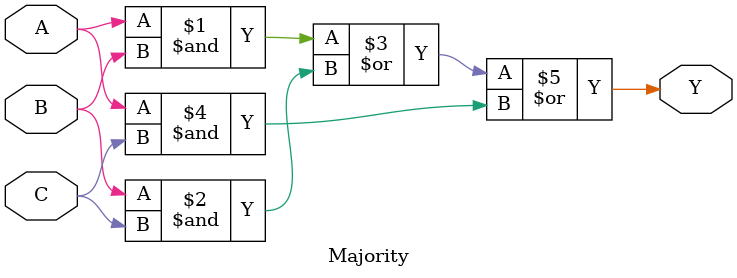
<source format=v>
                                         		
module Majority (A, B, C, Y);                 	
   input  A, B, C;			
   output Y; 

   reg Y;           		
                   	          	
 
assign Y = (A & B) | (B & C ) | ( A & C );

endmodule 




    
</source>
